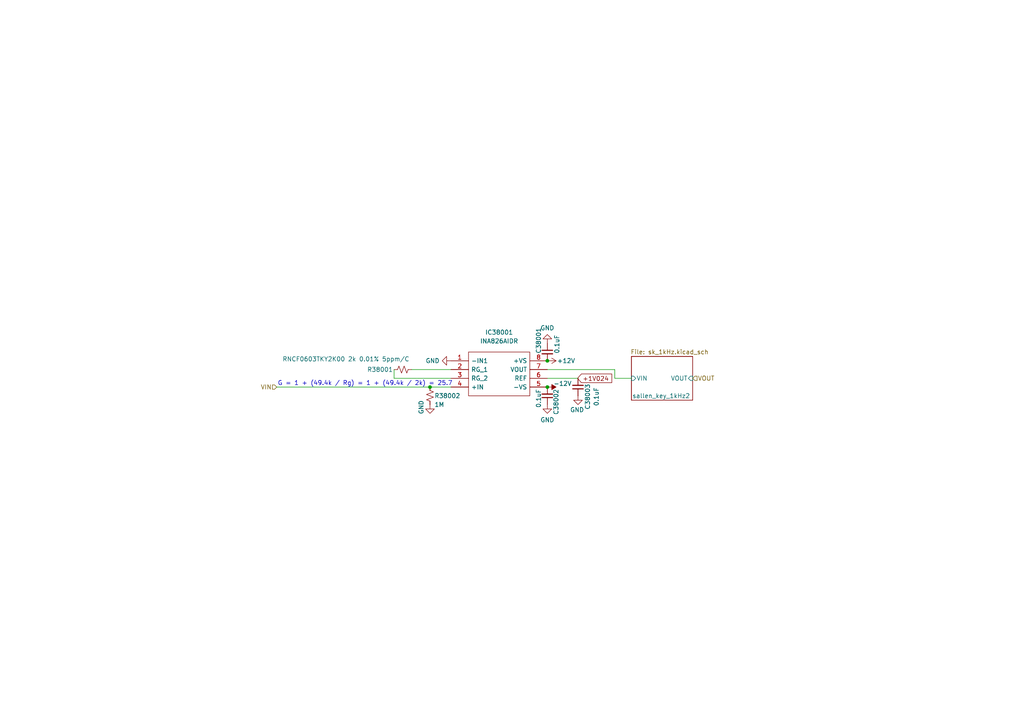
<source format=kicad_sch>
(kicad_sch (version 20231120) (generator "eeschema") (generator_version "8.0")
  (paper "A4")
  (lib_symbols
    (symbol "Device:C_Small" (pin_numbers hide) (pin_names (offset 0.254) hide)
      (property "Reference" "C" (at 0.254 1.778 0))
      (property "Value" "C_Small" (at 0.254 -2.032 0))
      (symbol "C_Small_0_1"
        (polyline (pts (xy -1.524 -0.508) (xy 1.524 -0.508)) (stroke (width 0.3302)))
        (polyline (pts (xy -1.524 0.508) (xy 1.524 0.508)) (stroke (width 0.3048)))
      )
      (symbol "C_Small_1_1"
        (pin passive line (at 0 2.54 270) (length 2.032) (name "~") (number "1"))
        (pin passive line (at 0 -2.54 90) (length 2.032) (name "~") (number "2"))
      )
    )
    (symbol "Device:R_Small_US" (pin_numbers hide) (pin_names (offset 0.254) hide)
      (property "Reference" "R" (at 0.762 0.508 0))
      (property "Value" "R_Small_US" (at 0.762 -1.016 0))
      (symbol "R_Small_US_1_1"
        (polyline (pts (xy 0 0) (xy 1.016 -0.381) (xy 0 -0.762) (xy -1.016 -1.143) (xy 0 -1.524)))
        (polyline (pts (xy 0 1.524) (xy 1.016 1.143) (xy 0 0.762) (xy -1.016 0.381) (xy 0 0)))
        (pin passive line (at 0 2.54 270) (length 1.016) (name "~") (number "1"))
        (pin passive line (at 0 -2.54 90) (length 1.016) (name "~") (number "2"))
      )
    )
    (symbol "aaa:INA826AIDR" (pin_names (offset 0.762))
      (property "Reference" "IC" (at 24.13 7.62 0))
      (property "Value" "INA826AIDR" (at 24.13 5.08 0))
      (symbol "INA826AIDR_0_0"
        (pin passive line (at 0 0 0) (length 5.08) (name "-IN1") (number "1"))
        (pin passive line (at 0 -2.54 0) (length 5.08) (name "RG_1") (number "2"))
        (pin passive line (at 0 -5.08 0) (length 5.08) (name "RG_2") (number "3"))
        (pin passive line (at 0 -7.62 0) (length 5.08) (name "+IN") (number "4"))
        (pin passive line (at 27.94 -7.62 180) (length 5.08) (name "-VS") (number "5"))
        (pin passive line (at 27.94 -5.08 180) (length 5.08) (name "REF") (number "6"))
        (pin passive line (at 27.94 -2.54 180) (length 5.08) (name "VOUT") (number "7"))
        (pin passive line (at 27.94 0 180) (length 5.08) (name "+VS") (number "8"))
      )
      (symbol "INA826AIDR_0_1"
        (polyline (pts (xy 5.08 2.54) (xy 22.86 2.54) (xy 22.86 -10.16) (xy 5.08 -10.16) (xy 5.08 2.54)) (stroke (width 0.1524)))
      )
    )
    (symbol "power:+12V" (power) (pin_numbers hide) (pin_names (offset 0) hide)
      (property "Value" "+12V" (at 0 3.556 0))
      (symbol "+12V_0_1"
        (polyline (pts (xy -0.762 1.27) (xy 0 2.54)))
        (polyline (pts (xy 0 0) (xy 0 2.54)))
        (polyline (pts (xy 0 2.54) (xy 0.762 1.27)))
      )
      (symbol "+12V_1_1"
        (pin power_in line (at 0 0 90) (length 0) (name "~") (number "1"))
      )
    )
    (symbol "power:-12V" (power) (pin_numbers hide) (pin_names (offset 0) hide)
      (property "Value" "-12V" (at 0 3.556 0))
      (symbol "-12V_0_0"
        (pin power_in line (at 0 0 90) (length 0) (name "~") (number "1"))
      )
      (symbol "-12V_0_1"
        (polyline (pts (xy 0 0) (xy 0 1.27) (xy 0.762 1.27) (xy 0 2.54) (xy -0.762 1.27) (xy 0 1.27)) (fill (type outline)))
      )
    )
    (symbol "power:GND" (power) (pin_names (offset 0))
      (property "Value" "GND" (at 0 -3.81 0))
      (symbol "GND_0_1"
        (polyline (pts (xy 0 0) (xy 0 -1.27) (xy 1.27 -1.27) (xy 0 -2.54) (xy -1.27 -1.27) (xy 0 -1.27)))
      )
      (symbol "GND_1_1"
        (pin power_in line (at 0 0 270) (length 0) hide (name "GND") (number "1"))
      )
    )
  )
  (junction (at 158.75 112.268))
  (junction (at 158.75 104.648))
  (junction (at 124.714 112.268))
  (wire (pts (xy 114.3 109.728) (xy 130.81 109.728)))
  (wire (pts (xy 158.75 107.188) (xy 178.308 107.188)))
  (wire (pts (xy 124.714 112.268) (xy 80.264 112.268)))
  (wire (pts (xy 178.308 109.728) (xy 183.134 109.728)))
  (wire (pts (xy 119.38 107.188) (xy 130.81 107.188)))
  (wire (pts (xy 124.714 112.268) (xy 130.81 112.268)))
  (wire (pts (xy 158.75 109.728) (xy 167.64 109.728)))
  (wire (pts (xy 114.3 107.188) (xy 114.3 109.728)))
  (wire (pts (xy 178.308 109.728) (xy 178.308 107.188)))
  (text "G = 1 + (49.4k / Rg) = 1 + (49.4k / 2k) = 25.7" (at 80.518 112.014 0) (effects (font (size 1.27 1.27)) (justify left bottom)))
  (global_label "+1V024" (shape input) (at 167.513 109.728 0) (property "Intersheetrefs" "${INTERSHEET_REFS}" (effects (hide yes))))
  (hierarchical_label "VOUT" (shape input) (at 200.914 109.728 0))
  (hierarchical_label "VIN" (shape input) (at 80.264 112.268 180))
  (symbol (lib_id "power:-12V") (at 158.75 112.268 270) (unit 1)
    (property "Reference" "#PWR326" (effects (hide yes)))
    (property "Value" "-12V" (at 160.528 111.252 90) (effects (justify left)))
    (property "Description" "Power symbol creates a global label with name \"-12V\"" (effects (hide yes)))
    (instances (project "analog_i" (path "" (reference "#PWR326") (unit 1))) (project "" (path "" (reference "#PWR33012") (unit 1))))
  )
  (symbol (lib_id "Device:R_Small_US") (at 116.84 107.188 270) (unit 1)
    (property "Reference" "R38001" (at 110.236 107.188 90))
    (property "Value" "RNCF0603TKY2K00 2k 0.01% 5ppm/C" (at 100.33 104.14 90))
    (property "Footprint" "Resistor_SMD:R_0603_1608Metric" (effects (hide yes)))
    (property "LCSC" "C346578" (effects (hide yes)))
    (instances (project "analog_i" (path "" (reference "R38001") (unit 1))) (project "analog_frontend_panel" (path "" (reference "R31001") (unit 1))))
  )
  (symbol (lib_id "power:GND") (at 130.81 104.648 270) (unit 1)
    (property "Reference" "#PWR221" (effects (hide yes)))
    (property "Value" "GND" (at 127.508 104.6479 90) (effects (justify right)))
    (instances (project "analog_i" (path "" (reference "#PWR221") (unit 1))) (project "analog_frontend_panel" (path "" (reference "#PWR31002") (unit 1))))
  )
  (symbol (lib_id "power:+12V") (at 158.75 104.648 270) (unit 1)
    (property "Reference" "#PWR324" (effects (hide yes)))
    (property "Value" "+12V" (at 161.544 104.648 90) (effects (justify left)))
    (property "Description" "Power symbol creates a global label with name \"+12V\"" (effects (hide yes)))
    (instances (project "analog_i" (path "" (reference "#PWR324") (unit 1))) (project "" (path "" (reference "#PWR33013") (unit 1))))
  )
  (symbol (lib_id "power:GND") (at 158.75 99.568 180) (unit 1)
    (property "Reference" "#PWR219" (effects (hide yes)))
    (property "Value" "GND" (at 158.75 95.123 0))
    (instances (project "analog_i" (path "" (reference "#PWR219") (unit 1))) (project "analog_frontend_panel" (path "" (reference "#PWR31004") (unit 1))))
  )
  (symbol (lib_id "Device:C_Small") (at 167.64 112.268 180) (unit 1)
    (property "Reference" "C38003" (at 170.434 115.062 90))
    (property "Value" "0.1uF" (at 172.974 115.062 90))
    (property "Footprint" "Capacitor_SMD:C_0402_1005Metric" (effects (hide yes)))
    (instances (project "analog_i" (path "" (reference "C38003") (unit 1))) (project "analog_frontend_panel" (path "" (reference "C33006") (unit 1))))
  )
  (symbol (lib_id "Device:R_Small_US") (at 124.714 114.808 0) (unit 1)
    (property "Reference" "R38002" (at 125.984 114.808 0) (effects (justify left)))
    (property "Value" "1M" (at 125.984 117.348 0) (effects (justify left)))
    (property "Footprint" "Resistor_SMD:R_0402_1005Metric" (effects (hide yes)))
    (instances (project "analog_i" (path "" (reference "R38002") (unit 1))) (project "analog_frontend_panel" (path "" (reference "R31002") (unit 1))))
  )
  (symbol (lib_id "Device:C_Small") (at 158.75 114.808 180) (unit 1)
    (property "Reference" "C38002" (at 161.29 116.586 90))
    (property "Value" "0.1uF" (at 156.21 115.57 90))
    (property "Footprint" "Capacitor_SMD:C_0402_1005Metric" (effects (hide yes)))
    (instances (project "analog_i" (path "" (reference "C38002") (unit 1))) (project "analog_frontend_panel" (path "" (reference "C33007") (unit 1))))
  )
  (symbol (lib_id "power:GND") (at 158.75 117.348 0) (unit 1)
    (property "Reference" "#PWR325" (effects (hide yes)))
    (property "Value" "GND" (at 158.75 121.793 0))
    (instances (project "analog_i" (path "" (reference "#PWR325") (unit 1))) (project "analog_frontend_panel" (path "" (reference "#PWR33011") (unit 1))))
  )
  (symbol (lib_id "power:GND") (at 124.714 117.348 0) (unit 1)
    (property "Reference" "#PWR218" (effects (hide yes)))
    (property "Value" "GND" (at 122.174 116.078 90) (effects (justify right)))
    (instances (project "analog_i" (path "" (reference "#PWR218") (unit 1))) (project "analog_frontend_panel" (path "" (reference "#PWR31001") (unit 1))))
  )
  (symbol (lib_id "Device:C_Small") (at 158.75 102.108 0) (unit 1)
    (property "Reference" "C38001" (at 156.21 98.806 90))
    (property "Value" "0.1uF" (at 161.544 99.822 90))
    (property "Footprint" "Capacitor_SMD:C_0402_1005Metric" (effects (hide yes)))
    (instances (project "analog_i" (path "" (reference "C38001") (unit 1))) (project "analog_frontend_panel" (path "" (reference "C31001") (unit 1))))
  )
  (symbol (lib_id "aaa:INA826AIDR") (at 130.81 104.648 0) (unit 1)
    (property "Reference" "IC38001" (at 144.78 96.393 0))
    (property "Value" "INA826AIDR" (at 144.78 98.933 0))
    (property "Footprint" "aaa:SOIC127P600X175-8N" (effects (hide yes)))
    (property "Datasheet" "http://www.ti.com/lit/gpn/ina826" (effects (hide yes)))
    (property "Description" "Precision, 200-uA Supply Current, 36-V Supply Instrumentation Amplifier" (effects (hide yes)))
    (property "Height" "1.75" (effects (hide yes)))
    (property "Manufacturer_Name" "Texas Instruments" (effects (hide yes)))
    (property "Manufacturer_Part_Number" "INA826AIDR" (effects (hide yes)))
    (property "Mouser Part Number" "595-INA826AIDR" (effects (hide yes)))
    (property "Mouser Price/Stock" "https://www.mouser.co.uk/ProductDetail/Texas-Instruments/INA826AIDR?qs=RqytGdBYyUFuQNJtlkA6aQ%3D%3D" (effects (hide yes)))
    (property "Arrow Part Number" "INA826AIDR" (effects (hide yes)))
    (property "Arrow Price/Stock" "https://www.arrow.com/en/products/ina826aidr/texas-instruments?region=nac" (effects (hide yes)))
    (property "LCSC" "C38433" (effects (hide yes)))
    (instances (project "analog_i" (path "" (reference "IC38001") (unit 1))) (project "analog_frontend_panel" (path "" (reference "IC31001") (unit 1))))
  )
  (symbol (lib_id "power:GND") (at 167.64 114.808 0) (unit 1)
    (property "Reference" "#PWR327" (effects (hide yes)))
    (property "Value" "GND" (at 169.418 118.872 0) (effects (justify right)))
    (instances (project "analog_i" (path "" (reference "#PWR327") (unit 1))) (project "analog_frontend_panel" (path "" (reference "#PWR33010") (unit 1))))
  )
  (sheet (at 183.134 103.378) (size 17.78 12.7) (stroke (width 0.1524))
    (property "Sheetname" "sallen_key_1kHz2" (at 183.388 115.57 0) (effects (justify left bottom)))
    (property "Sheetfile" "sk_1kHz.kicad_sch" (at 182.88 101.346 0) (effects (justify left top)))
    (pin "VIN" input (at 183.134 109.728 180))
    (pin "VOUT" input (at 200.914 109.728 0))
  )
)
</source>
